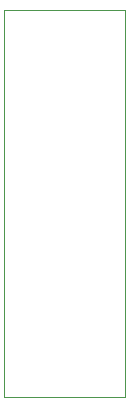
<source format=gbr>
%TF.GenerationSoftware,KiCad,Pcbnew,6.99.0-0efc1149af*%
%TF.CreationDate,2023-03-23T10:20:34+01:00*%
%TF.ProjectId,usbarmory-breakout,75736261-726d-46f7-9279-2d627265616b,rev?*%
%TF.SameCoordinates,Original*%
%TF.FileFunction,Profile,NP*%
%FSLAX46Y46*%
G04 Gerber Fmt 4.6, Leading zero omitted, Abs format (unit mm)*
G04 Created by KiCad (PCBNEW 6.99.0-0efc1149af) date 2023-03-23 10:20:34*
%MOMM*%
%LPD*%
G01*
G04 APERTURE LIST*
%TA.AperFunction,Profile*%
%ADD10C,0.100000*%
%TD*%
G04 APERTURE END LIST*
D10*
X187579000Y-61722000D02*
X197866000Y-61722000D01*
X197866000Y-61722000D02*
X197866000Y-94488000D01*
X197866000Y-94488000D02*
X187579000Y-94488000D01*
X187579000Y-94488000D02*
X187579000Y-61722000D01*
M02*

</source>
